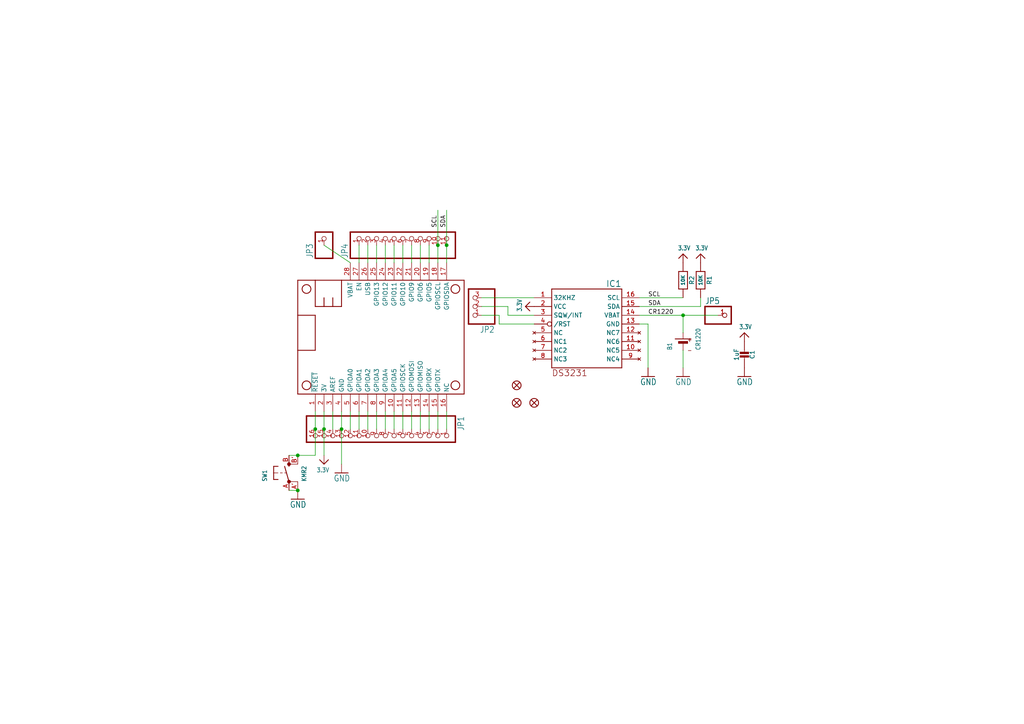
<source format=kicad_sch>
(kicad_sch (version 20230121) (generator eeschema)
  (paper "A4")
  (lib_symbols
    (symbol "working-eagle-import:3.3V" (power)
      (property "Value" "3.3V" (at -1.524 1.016 0))
      (symbol "3.3V_1_0"
        (polyline (pts (xy -1.27 -1.27) (xy 0 0)) (stroke (width 0.254)))
        (polyline (pts (xy 0 0) (xy 1.27 -1.27)) (stroke (width 0.254)))
        (pin power_in line (at 0 -2.54 90) (length 2.54) (name "3.3V") (number "1"))
      )
    )
    (symbol "working-eagle-import:BATTERYCR1220_2"
      (property "Reference" "B" (at -2.54 3.175 0))
      (symbol "BATTERYCR1220_2_1_0"
        (polyline (pts (xy -2.54 0) (xy -0.635 0)) (stroke (width 0.1524)))
        (polyline (pts (xy -0.508 -1.27) (xy -0.508 1.27)) (stroke (width 0.254)))
        (polyline (pts (xy -0.508 1.27) (xy -0.254 1.27)) (stroke (width 0.254)))
        (polyline (pts (xy -0.254 -1.27) (xy -0.508 -1.27)) (stroke (width 0.254)))
        (polyline (pts (xy -0.254 1.27) (xy -0.254 -1.27)) (stroke (width 0.254)))
        (polyline (pts (xy -0.254 1.27) (xy 0 1.27)) (stroke (width 0.254)))
        (polyline (pts (xy 0 -1.27) (xy -0.254 -1.27)) (stroke (width 0.254)))
        (polyline (pts (xy 0 1.27) (xy 0 -1.27)) (stroke (width 0.254)))
        (polyline (pts (xy 0.762 2.286) (xy 0.762 -2.286)) (stroke (width 0.254)))
        (polyline (pts (xy 0.889 0) (xy 2.54 0)) (stroke (width 0.1524)))
        (text "+" (at 1.27 -1.143 900) (effects (font (size 1.27 1.0795)) (justify right top)))
        (text "-" (at -1.778 -1.143 900) (effects (font (size 1.27 1.0795)) (justify right top)))
        (pin passive line (at 2.54 0 180) (length 0) (name "+") (number "+"))
        (pin passive line (at -2.54 0 0) (length 0) (name "-") (number "-"))
      )
    )
    (symbol "working-eagle-import:CAP_CERAMIC0805-NOOUTLINE"
      (property "Reference" "C" (at -2.29 1.25 90))
      (symbol "CAP_CERAMIC0805-NOOUTLINE_1_0"
        (rectangle (start -1.27 0.508) (end 1.27 1.016) (fill (type outline)))
        (rectangle (start -1.27 1.524) (end 1.27 2.032) (fill (type outline)))
        (polyline (pts (xy 0 0.762) (xy 0 0)) (stroke (width 0.1524)))
        (polyline (pts (xy 0 2.54) (xy 0 1.778)) (stroke (width 0.1524)))
        (pin passive line (at 0 5.08 270) (length 2.54) (name "1") (number "1"))
        (pin passive line (at 0 -2.54 90) (length 2.54) (name "2") (number "2"))
      )
    )
    (symbol "working-eagle-import:DS3231/SO"
      (property "Reference" "IC" (at 10.16 15.24 0))
      (symbol "DS3231/SO_1_0"
        (polyline (pts (xy -10.16 -10.16) (xy -10.16 12.7)) (stroke (width 0.254)))
        (polyline (pts (xy -10.16 12.7) (xy 10.16 12.7)) (stroke (width 0.254)))
        (polyline (pts (xy 10.16 -10.16) (xy -10.16 -10.16)) (stroke (width 0.254)))
        (polyline (pts (xy 10.16 12.7) (xy 10.16 -10.16)) (stroke (width 0.254)))
        (text "DS3231" (at -10.16 -12.7 0) (effects (font (size 1.778 1.778)) (justify left bottom)))
        (pin output line (at -15.24 10.16 0) (length 5.08) (name "32KHZ") (number "1"))
        (pin no_connect line (at 15.24 -5.08 180) (length 5.08) (name "NC5") (number "10"))
        (pin no_connect line (at 15.24 -2.54 180) (length 5.08) (name "NC6") (number "11"))
        (pin no_connect line (at 15.24 0 180) (length 5.08) (name "NC7") (number "12"))
        (pin power_in line (at 15.24 2.54 180) (length 5.08) (name "GND") (number "13"))
        (pin power_in line (at 15.24 5.08 180) (length 5.08) (name "VBAT") (number "14"))
        (pin bidirectional line (at 15.24 7.62 180) (length 5.08) (name "SDA") (number "15"))
        (pin bidirectional line (at 15.24 10.16 180) (length 5.08) (name "SCL") (number "16"))
        (pin power_in line (at -15.24 7.62 0) (length 5.08) (name "VCC") (number "2"))
        (pin output line (at -15.24 5.08 0) (length 5.08) (name "SQW/INT") (number "3"))
        (pin passive inverted (at -15.24 2.54 0) (length 5.08) (name "/RST") (number "4"))
        (pin no_connect line (at -15.24 0 0) (length 5.08) (name "NC") (number "5"))
        (pin no_connect line (at -15.24 -2.54 0) (length 5.08) (name "NC1") (number "6"))
        (pin no_connect line (at -15.24 -5.08 0) (length 5.08) (name "NC2") (number "7"))
        (pin no_connect line (at -15.24 -7.62 0) (length 5.08) (name "NC3") (number "8"))
        (pin no_connect line (at 15.24 -7.62 180) (length 5.08) (name "NC4") (number "9"))
      )
    )
    (symbol "working-eagle-import:FIDUCIAL{dblquote}{dblquote}"
      (symbol "FIDUCIAL{dblquote}{dblquote}_1_0"
        (polyline (pts (xy -0.762 0.762) (xy 0.762 -0.762)) (stroke (width 0.254)))
        (polyline (pts (xy 0.762 0.762) (xy -0.762 -0.762)) (stroke (width 0.254)))
        (circle (center 0 0) (radius 1.27) (stroke (width 0.254)))
      )
    )
    (symbol "working-eagle-import:GND" (power)
      (property "Value" "GND" (at -2.54 -2.54 0))
      (symbol "GND_1_0"
        (polyline (pts (xy -1.905 0) (xy 1.905 0)) (stroke (width 0.254)))
        (pin power_in line (at 0 2.54 270) (length 2.54) (name "GND") (number "1"))
      )
    )
    (symbol "working-eagle-import:HEADER-1X11"
      (property "Reference" "JP" (at -6.35 15.875 0))
      (symbol "HEADER-1X11_1_0"
        (polyline (pts (xy -6.35 -15.24) (xy 1.27 -15.24)) (stroke (width 0.4064)))
        (polyline (pts (xy -6.35 15.24) (xy -6.35 -15.24)) (stroke (width 0.4064)))
        (polyline (pts (xy 1.27 -15.24) (xy 1.27 15.24)) (stroke (width 0.4064)))
        (polyline (pts (xy 1.27 15.24) (xy -6.35 15.24)) (stroke (width 0.4064)))
        (pin passive inverted (at -2.54 12.7 0) (length 2.54) (name "1") (number "1"))
        (pin passive inverted (at -2.54 -10.16 0) (length 2.54) (name "10") (number "10"))
        (pin passive inverted (at -2.54 -12.7 0) (length 2.54) (name "11") (number "11"))
        (pin passive inverted (at -2.54 10.16 0) (length 2.54) (name "2") (number "2"))
        (pin passive inverted (at -2.54 7.62 0) (length 2.54) (name "3") (number "3"))
        (pin passive inverted (at -2.54 5.08 0) (length 2.54) (name "4") (number "4"))
        (pin passive inverted (at -2.54 2.54 0) (length 2.54) (name "5") (number "5"))
        (pin passive inverted (at -2.54 0 0) (length 2.54) (name "6") (number "6"))
        (pin passive inverted (at -2.54 -2.54 0) (length 2.54) (name "7") (number "7"))
        (pin passive inverted (at -2.54 -5.08 0) (length 2.54) (name "8") (number "8"))
        (pin passive inverted (at -2.54 -7.62 0) (length 2.54) (name "9") (number "9"))
      )
    )
    (symbol "working-eagle-import:HEADER-1X16ROUND"
      (property "Reference" "JP" (at -6.35 20.955 0))
      (symbol "HEADER-1X16ROUND_1_0"
        (polyline (pts (xy -6.35 -22.86) (xy 1.27 -22.86)) (stroke (width 0.4064)))
        (polyline (pts (xy -6.35 20.32) (xy -6.35 -22.86)) (stroke (width 0.4064)))
        (polyline (pts (xy 1.27 -22.86) (xy 1.27 20.32)) (stroke (width 0.4064)))
        (polyline (pts (xy 1.27 20.32) (xy -6.35 20.32)) (stroke (width 0.4064)))
        (pin passive inverted (at -2.54 17.78 0) (length 2.54) (name "1") (number "1"))
        (pin passive inverted (at -2.54 -5.08 0) (length 2.54) (name "10") (number "10"))
        (pin passive inverted (at -2.54 -7.62 0) (length 2.54) (name "11") (number "11"))
        (pin passive inverted (at -2.54 -10.16 0) (length 2.54) (name "12") (number "12"))
        (pin passive inverted (at -2.54 -12.7 0) (length 2.54) (name "13") (number "13"))
        (pin passive inverted (at -2.54 -15.24 0) (length 2.54) (name "14") (number "14"))
        (pin passive inverted (at -2.54 -17.78 0) (length 2.54) (name "15") (number "15"))
        (pin passive inverted (at -2.54 -20.32 0) (length 2.54) (name "16") (number "16"))
        (pin passive inverted (at -2.54 15.24 0) (length 2.54) (name "2") (number "2"))
        (pin passive inverted (at -2.54 12.7 0) (length 2.54) (name "3") (number "3"))
        (pin passive inverted (at -2.54 10.16 0) (length 2.54) (name "4") (number "4"))
        (pin passive inverted (at -2.54 7.62 0) (length 2.54) (name "5") (number "5"))
        (pin passive inverted (at -2.54 5.08 0) (length 2.54) (name "6") (number "6"))
        (pin passive inverted (at -2.54 2.54 0) (length 2.54) (name "7") (number "7"))
        (pin passive inverted (at -2.54 0 0) (length 2.54) (name "8") (number "8"))
        (pin passive inverted (at -2.54 -2.54 0) (length 2.54) (name "9") (number "9"))
      )
    )
    (symbol "working-eagle-import:HEADER-1X1ROUND"
      (property "Reference" "JP" (at -6.35 3.175 0))
      (symbol "HEADER-1X1ROUND_1_0"
        (polyline (pts (xy -6.35 -2.54) (xy 1.27 -2.54)) (stroke (width 0.4064)))
        (polyline (pts (xy -6.35 2.54) (xy -6.35 -2.54)) (stroke (width 0.4064)))
        (polyline (pts (xy 1.27 -2.54) (xy 1.27 2.54)) (stroke (width 0.4064)))
        (polyline (pts (xy 1.27 2.54) (xy -6.35 2.54)) (stroke (width 0.4064)))
        (pin passive inverted (at -2.54 0 0) (length 2.54) (name "1") (number "1"))
      )
    )
    (symbol "working-eagle-import:HEADER-1X3ROUND"
      (property "Reference" "JP" (at -6.35 5.715 0))
      (symbol "HEADER-1X3ROUND_1_0"
        (polyline (pts (xy -6.35 -5.08) (xy 1.27 -5.08)) (stroke (width 0.4064)))
        (polyline (pts (xy -6.35 5.08) (xy -6.35 -5.08)) (stroke (width 0.4064)))
        (polyline (pts (xy 1.27 -5.08) (xy 1.27 5.08)) (stroke (width 0.4064)))
        (polyline (pts (xy 1.27 5.08) (xy -6.35 5.08)) (stroke (width 0.4064)))
        (pin passive inverted (at -2.54 2.54 0) (length 2.54) (name "1") (number "1"))
        (pin passive inverted (at -2.54 0 0) (length 2.54) (name "2") (number "2"))
        (pin passive inverted (at -2.54 -2.54 0) (length 2.54) (name "3") (number "3"))
      )
    )
    (symbol "working-eagle-import:MICROSHIELD_NODIM"
      (symbol "MICROSHIELD_NODIM_1_0"
        (polyline (pts (xy 0 0) (xy 48.26 0)) (stroke (width 0.254)))
        (polyline (pts (xy 0 12.7) (xy 0 0)) (stroke (width 0.254)))
        (polyline (pts (xy 0 22.86) (xy 0 12.7)) (stroke (width 0.254)))
        (polyline (pts (xy 0 22.86) (xy 5.08 22.86)) (stroke (width 0.254)))
        (polyline (pts (xy 0 33.02) (xy 0 22.86)) (stroke (width 0.254)))
        (polyline (pts (xy 5.08 12.7) (xy 0 12.7)) (stroke (width 0.254)))
        (polyline (pts (xy 5.08 22.86) (xy 5.08 12.7)) (stroke (width 0.254)))
        (polyline (pts (xy 5.08 25.4) (xy 7.62 25.4)) (stroke (width 0.254)))
        (polyline (pts (xy 5.08 33.02) (xy 0 33.02)) (stroke (width 0.254)))
        (polyline (pts (xy 5.08 33.02) (xy 5.08 25.4)) (stroke (width 0.254)))
        (polyline (pts (xy 7.62 25.4) (xy 10.16 25.4)) (stroke (width 0.254)))
        (polyline (pts (xy 7.62 27.94) (xy 7.62 25.4)) (stroke (width 0.254)))
        (polyline (pts (xy 10.16 25.4) (xy 12.7 25.4)) (stroke (width 0.254)))
        (polyline (pts (xy 10.16 27.94) (xy 10.16 25.4)) (stroke (width 0.254)))
        (polyline (pts (xy 12.7 25.4) (xy 12.7 33.02)) (stroke (width 0.254)))
        (polyline (pts (xy 12.7 33.02) (xy 5.08 33.02)) (stroke (width 0.254)))
        (polyline (pts (xy 48.26 0) (xy 48.26 33.02)) (stroke (width 0.254)))
        (polyline (pts (xy 48.26 33.02) (xy 12.7 33.02)) (stroke (width 0.254)))
        (circle (center 2.54 2.54) (radius 1.27) (stroke (width 0.254)))
        (circle (center 2.54 30.48) (radius 1.27) (stroke (width 0.254)))
        (circle (center 45.72 2.54) (radius 1.27) (stroke (width 0.254)))
        (circle (center 45.72 30.48) (radius 1.27) (stroke (width 0.254)))
        (pin input line (at 5.08 -5.08 90) (length 5.08) (name "~{RESET}") (number "1"))
        (pin bidirectional line (at 27.94 -5.08 90) (length 5.08) (name "GPIOA5") (number "10"))
        (pin bidirectional line (at 30.48 -5.08 90) (length 5.08) (name "GPIOSCK") (number "11"))
        (pin bidirectional line (at 33.02 -5.08 90) (length 5.08) (name "GPIOMOSI") (number "12"))
        (pin bidirectional line (at 35.56 -5.08 90) (length 5.08) (name "GPIOMISO") (number "13"))
        (pin bidirectional line (at 38.1 -5.08 90) (length 5.08) (name "GPIORX") (number "14"))
        (pin bidirectional line (at 40.64 -5.08 90) (length 5.08) (name "GPIOTX") (number "15"))
        (pin passive line (at 43.18 -5.08 90) (length 5.08) (name "NC") (number "16"))
        (pin bidirectional line (at 43.18 38.1 270) (length 5.08) (name "GPIOSDA") (number "17"))
        (pin bidirectional line (at 40.64 38.1 270) (length 5.08) (name "GPIOSCL") (number "18"))
        (pin bidirectional line (at 38.1 38.1 270) (length 5.08) (name "GPIO5") (number "19"))
        (pin power_in line (at 7.62 -5.08 90) (length 5.08) (name "3V") (number "2"))
        (pin bidirectional line (at 35.56 38.1 270) (length 5.08) (name "GPIO6") (number "20"))
        (pin bidirectional line (at 33.02 38.1 270) (length 5.08) (name "GPIO9") (number "21"))
        (pin bidirectional line (at 30.48 38.1 270) (length 5.08) (name "GPIO10") (number "22"))
        (pin bidirectional line (at 27.94 38.1 270) (length 5.08) (name "GPIO11") (number "23"))
        (pin bidirectional line (at 25.4 38.1 270) (length 5.08) (name "GPIO12") (number "24"))
        (pin bidirectional line (at 22.86 38.1 270) (length 5.08) (name "GPIO13") (number "25"))
        (pin power_in line (at 20.32 38.1 270) (length 5.08) (name "USB") (number "26"))
        (pin passive line (at 17.78 38.1 270) (length 5.08) (name "EN") (number "27"))
        (pin power_in line (at 15.24 38.1 270) (length 5.08) (name "VBAT") (number "28"))
        (pin passive line (at 10.16 -5.08 90) (length 5.08) (name "AREF") (number "3"))
        (pin power_in line (at 12.7 -5.08 90) (length 5.08) (name "GND") (number "4"))
        (pin bidirectional line (at 15.24 -5.08 90) (length 5.08) (name "GPIOA0") (number "5"))
        (pin bidirectional line (at 17.78 -5.08 90) (length 5.08) (name "GPIOA1") (number "6"))
        (pin bidirectional line (at 20.32 -5.08 90) (length 5.08) (name "GPIOA2") (number "7"))
        (pin bidirectional line (at 22.86 -5.08 90) (length 5.08) (name "GPIOA3") (number "8"))
        (pin bidirectional line (at 25.4 -5.08 90) (length 5.08) (name "GPIOA4") (number "9"))
      )
    )
    (symbol "working-eagle-import:RESISTOR0805_NOOUTLINE"
      (property "Reference" "R" (at 0 2.54 0))
      (symbol "RESISTOR0805_NOOUTLINE_1_0"
        (polyline (pts (xy -2.54 -1.27) (xy -2.54 1.27)) (stroke (width 0.254)))
        (polyline (pts (xy -2.54 1.27) (xy 2.54 1.27)) (stroke (width 0.254)))
        (polyline (pts (xy 2.54 -1.27) (xy -2.54 -1.27)) (stroke (width 0.254)))
        (polyline (pts (xy 2.54 1.27) (xy 2.54 -1.27)) (stroke (width 0.254)))
        (pin passive line (at -5.08 0 0) (length 2.54) (name "1") (number "1"))
        (pin passive line (at 5.08 0 180) (length 2.54) (name "2") (number "2"))
      )
    )
    (symbol "working-eagle-import:SWITCH_TACT_SMT4.6X2.8"
      (property "Reference" "SW" (at -2.54 6.35 0))
      (symbol "SWITCH_TACT_SMT4.6X2.8_1_0"
        (circle (center -2.54 0) (radius 0.127) (stroke (width 0.4064)))
        (polyline (pts (xy -2.54 -2.54) (xy -2.54 0)) (stroke (width 0.1524)))
        (polyline (pts (xy -2.54 0) (xy 1.905 1.27)) (stroke (width 0.254)))
        (polyline (pts (xy -1.905 4.445) (xy -1.905 3.175)) (stroke (width 0.254)))
        (polyline (pts (xy 0 1.27) (xy 0 0.635)) (stroke (width 0.1524)))
        (polyline (pts (xy 0 2.54) (xy 0 1.905)) (stroke (width 0.1524)))
        (polyline (pts (xy 0 4.445) (xy -1.905 4.445)) (stroke (width 0.254)))
        (polyline (pts (xy 0 4.445) (xy 0 3.175)) (stroke (width 0.1524)))
        (polyline (pts (xy 1.905 0) (xy 2.54 0)) (stroke (width 0.254)))
        (polyline (pts (xy 1.905 4.445) (xy 0 4.445)) (stroke (width 0.254)))
        (polyline (pts (xy 1.905 4.445) (xy 1.905 3.175)) (stroke (width 0.254)))
        (polyline (pts (xy 2.54 -2.54) (xy 2.54 0)) (stroke (width 0.1524)))
        (circle (center 2.54 0) (radius 0.127) (stroke (width 0.4064)))
        (pin passive line (at -5.08 0 0) (length 2.54) (name "P") (number "A"))
        (pin passive line (at -5.08 -2.54 0) (length 2.54) (name "P1") (number "A'"))
        (pin passive line (at 5.08 0 180) (length 2.54) (name "S") (number "B"))
        (pin passive line (at 5.08 -2.54 180) (length 2.54) (name "S1") (number "B'"))
      )
    )
  )
  (junction (at 127 71.12))
  (junction (at 99.06 124.46))
  (junction (at 91.44 124.46))
  (junction (at 129.54 71.12))
  (junction (at 86.36 132.08))
  (junction (at 86.36 142.24))
  (junction (at 198.12 91.44))
  (junction (at 93.98 124.46))
  (wire (pts (xy 93.98 124.46) (xy 93.98 119.38)) (stroke (width 0.1524)))
  (wire (pts (xy 104.14 71.12) (xy 104.14 76.2)) (stroke (width 0.1524)))
  (wire (pts (xy 121.92 124.46) (xy 121.92 119.38)) (stroke (width 0.1524)))
  (wire (pts (xy 96.52 124.46) (xy 96.52 119.38)) (stroke (width 0.1524)))
  (wire (pts (xy 93.98 71.12) (xy 101.6 76.2)) (stroke (width 0.1524)))
  (wire (pts (xy 109.22 71.12) (xy 109.22 76.2)) (stroke (width 0.1524)))
  (wire (pts (xy 127 124.46) (xy 127 119.38)) (stroke (width 0.1524)))
  (wire (pts (xy 203.2 88.9) (xy 203.2 86.36)) (stroke (width 0.1524)))
  (wire (pts (xy 111.76 71.12) (xy 111.76 76.2)) (stroke (width 0.1524)))
  (wire (pts (xy 99.06 134.62) (xy 99.06 124.46)) (stroke (width 0.1524)))
  (wire (pts (xy 185.42 86.36) (xy 198.12 86.36)) (stroke (width 0.1524)))
  (wire (pts (xy 147.32 88.9) (xy 147.32 91.44)) (stroke (width 0.1524)))
  (wire (pts (xy 198.12 91.44) (xy 198.12 96.52)) (stroke (width 0.1524)))
  (wire (pts (xy 147.32 91.44) (xy 154.94 91.44)) (stroke (width 0.1524)))
  (wire (pts (xy 121.92 71.12) (xy 121.92 76.2)) (stroke (width 0.1524)))
  (wire (pts (xy 185.42 91.44) (xy 198.12 91.44)) (stroke (width 0.1524)))
  (wire (pts (xy 144.78 93.98) (xy 154.94 93.98)) (stroke (width 0.1524)))
  (wire (pts (xy 139.7 88.9) (xy 147.32 88.9)) (stroke (width 0.1524)))
  (wire (pts (xy 119.38 124.46) (xy 119.38 119.38)) (stroke (width 0.1524)))
  (wire (pts (xy 139.7 86.36) (xy 154.94 86.36)) (stroke (width 0.1524)))
  (wire (pts (xy 86.36 142.24) (xy 83.82 142.24)) (stroke (width 0.1524)))
  (wire (pts (xy 91.44 124.46) (xy 91.44 119.38)) (stroke (width 0.1524)))
  (wire (pts (xy 119.38 71.12) (xy 119.38 76.2)) (stroke (width 0.1524)))
  (wire (pts (xy 198.12 101.6) (xy 198.12 106.68)) (stroke (width 0.1524)))
  (wire (pts (xy 93.98 132.08) (xy 93.98 124.46)) (stroke (width 0.1524)))
  (wire (pts (xy 104.14 124.46) (xy 104.14 119.38)) (stroke (width 0.1524)))
  (wire (pts (xy 109.22 124.46) (xy 109.22 119.38)) (stroke (width 0.1524)))
  (wire (pts (xy 187.96 93.98) (xy 187.96 106.68)) (stroke (width 0.1524)))
  (wire (pts (xy 208.28 91.44) (xy 198.12 91.44)) (stroke (width 0.1524)))
  (wire (pts (xy 83.82 132.08) (xy 86.36 132.08)) (stroke (width 0.1524)))
  (wire (pts (xy 124.46 124.46) (xy 124.46 119.38)) (stroke (width 0.1524)))
  (wire (pts (xy 129.54 124.46) (xy 129.54 119.38)) (stroke (width 0.1524)))
  (wire (pts (xy 127 60.96) (xy 127 71.12)) (stroke (width 0.1524)))
  (wire (pts (xy 124.46 71.12) (xy 124.46 76.2)) (stroke (width 0.1524)))
  (wire (pts (xy 185.42 93.98) (xy 187.96 93.98)) (stroke (width 0.1524)))
  (wire (pts (xy 106.68 124.46) (xy 106.68 119.38)) (stroke (width 0.1524)))
  (wire (pts (xy 129.54 71.12) (xy 129.54 76.2)) (stroke (width 0.1524)))
  (wire (pts (xy 127 71.12) (xy 127 76.2)) (stroke (width 0.1524)))
  (wire (pts (xy 129.54 71.12) (xy 129.54 60.96)) (stroke (width 0.1524)))
  (wire (pts (xy 185.42 88.9) (xy 203.2 88.9)) (stroke (width 0.1524)))
  (wire (pts (xy 114.3 124.46) (xy 114.3 119.38)) (stroke (width 0.1524)))
  (wire (pts (xy 86.36 132.08) (xy 91.44 132.08)) (stroke (width 0.1524)))
  (wire (pts (xy 116.84 71.12) (xy 116.84 76.2)) (stroke (width 0.1524)))
  (wire (pts (xy 139.7 91.44) (xy 144.78 91.44)) (stroke (width 0.1524)))
  (wire (pts (xy 111.76 124.46) (xy 111.76 119.38)) (stroke (width 0.1524)))
  (wire (pts (xy 116.84 124.46) (xy 116.84 119.38)) (stroke (width 0.1524)))
  (wire (pts (xy 114.3 71.12) (xy 114.3 76.2)) (stroke (width 0.1524)))
  (wire (pts (xy 91.44 132.08) (xy 91.44 124.46)) (stroke (width 0.1524)))
  (wire (pts (xy 144.78 91.44) (xy 144.78 93.98)) (stroke (width 0.1524)))
  (wire (pts (xy 101.6 124.46) (xy 101.6 119.38)) (stroke (width 0.1524)))
  (wire (pts (xy 106.68 71.12) (xy 106.68 76.2)) (stroke (width 0.1524)))
  (wire (pts (xy 99.06 124.46) (xy 99.06 119.38)) (stroke (width 0.1524)))
  (label "SDA" (at 129.54 66.04 90) (effects (font (size 1.2446 1.2446))))
  (label "CR1220" (at 187.96 91.44 0) (effects (font (size 1.2446 1.2446))))
  (label "SCL" (at 187.96 86.36 0) (effects (font (size 1.2446 1.2446))))
  (label "SCL" (at 127 66.04 90) (effects (font (size 1.2446 1.2446))))
  (label "SDA" (at 187.96 88.9 0) (effects (font (size 1.2446 1.2446))))
  (symbol (lib_id "working-eagle-import:RESISTOR0805_NOOUTLINE") (at 203.2 81.28 270) (unit 1)
    (property "Reference" "R1" (at 205.74 81.28 0))
    (property "Value" "10K" (at 203.2 81.28 0) (effects (font (size 1.016 1.016) bold)))
    (property "Footprint" "working:0805-NO" (effects hide))
  )
  (symbol (lib_id "working-eagle-import:3.3V") (at 198.12 73.66 0) (unit 1)
    (property "Reference" "#U$3" (effects hide))
    (property "Value" "3.3V" (at 196.596 72.644 0) (effects (font (size 1.27 1.0795)) (justify left bottom)))
  )
  (symbol (lib_id "working-eagle-import:CAP_CERAMIC0805-NOOUTLINE") (at 215.9 101.6 180) (unit 1)
    (property "Reference" "C1" (at 218.19 102.85 90))
    (property "Value" "1uF" (at 213.6 102.85 90))
    (property "Footprint" "working:0805-NO" (effects hide))
  )
  (symbol (lib_id "working-eagle-import:3.3V") (at 152.4 88.9 90) (unit 1)
    (property "Reference" "#U$2" (effects hide))
    (property "Value" "3.3V" (at 151.384 90.424 0) (effects (font (size 1.27 1.0795)) (justify left bottom)))
  )
  (symbol (lib_id "working-eagle-import:BATTERYCR1220_2") (at 198.12 99.06 90) (unit 1)
    (property "Reference" "B1" (at 194.945 101.6 0) (effects (font (size 1.27 1.0795)) (justify left bottom)))
    (property "Value" "CR1220" (at 203.2 101.6 0) (effects (font (size 1.27 1.0795)) (justify left bottom)))
    (property "Footprint" "working:CR1220-2" (effects hide))
  )
  (symbol (lib_id "working-eagle-import:FIDUCIAL{dblquote}{dblquote}") (at 149.86 116.84 0) (unit 1)
    (property "Reference" "FID1" (effects hide))
    (property "Value" "FIDUCIAL{dblquote}{dblquote}" (effects hide))
    (property "Footprint" "working:FIDUCIAL_1MM" (effects hide))
  )
  (symbol (lib_id "working-eagle-import:GND") (at 215.9 109.22 0) (mirror y) (unit 1)
    (property "Reference" "#GND2" (effects hide))
    (property "Value" "GND" (at 218.44 111.76 0) (effects (font (size 1.778 1.5113)) (justify left bottom)))
  )
  (symbol (lib_id "working-eagle-import:GND") (at 187.96 109.22 0) (mirror y) (unit 1)
    (property "Reference" "#GND1" (effects hide))
    (property "Value" "GND" (at 190.5 111.76 0) (effects (font (size 1.778 1.5113)) (justify left bottom)))
  )
  (symbol (lib_id "working-eagle-import:HEADER-1X16ROUND") (at 111.76 127 270) (unit 1)
    (property "Reference" "JP1" (at 132.715 120.65 0) (effects (font (size 1.778 1.5113)) (justify left bottom)))
    (property "Value" "HEADER-1X16ROUND" (effects hide))
    (property "Footprint" "working:1X16_ROUND" (effects hide))
  )
  (symbol (lib_id "working-eagle-import:GND") (at 99.06 137.16 0) (mirror y) (unit 1)
    (property "Reference" "#GND4" (effects hide))
    (property "Value" "GND" (at 101.6 139.7 0) (effects (font (size 1.778 1.5113)) (justify left bottom)))
  )
  (symbol (lib_id "working-eagle-import:HEADER-1X1ROUND") (at 93.98 68.58 90) (unit 1)
    (property "Reference" "JP3" (at 90.805 74.93 0) (effects (font (size 1.778 1.5113)) (justify left bottom)))
    (property "Value" "HEADER-1X1ROUND" (effects hide))
    (property "Footprint" "working:1X01_ROUND" (effects hide))
  )
  (symbol (lib_id "working-eagle-import:FIDUCIAL{dblquote}{dblquote}") (at 149.86 111.76 0) (unit 1)
    (property "Reference" "FID3" (effects hide))
    (property "Value" "FIDUCIAL{dblquote}{dblquote}" (effects hide))
    (property "Footprint" "working:FIDUCIAL_1MM" (effects hide))
  )
  (symbol (lib_id "working-eagle-import:HEADER-1X1ROUND") (at 210.82 91.44 0) (unit 1)
    (property "Reference" "JP5" (at 204.47 88.265 0) (effects (font (size 1.778 1.5113)) (justify left bottom)))
    (property "Value" "HEADER-1X1ROUND" (effects hide))
    (property "Footprint" "working:1X01_ROUND" (effects hide))
  )
  (symbol (lib_id "working-eagle-import:MICROSHIELD_NODIM") (at 86.36 114.3 0) (unit 1)
    (property "Reference" "MS1" (effects hide))
    (property "Value" "MICROSHIELD_NODIM" (effects hide))
    (property "Footprint" "working:MICROSHIELD_DIM" (effects hide))
  )
  (symbol (lib_id "working-eagle-import:3.3V") (at 215.9 96.52 0) (unit 1)
    (property "Reference" "#U$5" (effects hide))
    (property "Value" "3.3V" (at 214.376 95.504 0) (effects (font (size 1.27 1.0795)) (justify left bottom)))
  )
  (symbol (lib_id "working-eagle-import:HEADER-1X11") (at 116.84 68.58 90) (unit 1)
    (property "Reference" "JP4" (at 100.965 74.93 0) (effects (font (size 1.778 1.5113)) (justify left bottom)))
    (property "Value" "HEADER-1X11" (effects hide))
    (property "Footprint" "working:1X11_ROUND" (effects hide))
  )
  (symbol (lib_id "working-eagle-import:SWITCH_TACT_SMT4.6X2.8") (at 83.82 137.16 90) (unit 1)
    (property "Reference" "SW1" (at 77.47 139.7 0) (effects (font (size 1.27 1.0795)) (justify left bottom)))
    (property "Value" "KMR2" (at 88.9 139.7 0) (effects (font (size 1.27 1.0795)) (justify left bottom)))
    (property "Footprint" "working:BTN_KMR2_4.6X2.8" (effects hide))
  )
  (symbol (lib_id "working-eagle-import:GND") (at 198.12 109.22 0) (mirror y) (unit 1)
    (property "Reference" "#GND5" (effects hide))
    (property "Value" "GND" (at 200.66 111.76 0) (effects (font (size 1.778 1.5113)) (justify left bottom)))
  )
  (symbol (lib_id "working-eagle-import:FIDUCIAL{dblquote}{dblquote}") (at 154.94 116.84 0) (unit 1)
    (property "Reference" "FID2" (effects hide))
    (property "Value" "FIDUCIAL{dblquote}{dblquote}" (effects hide))
    (property "Footprint" "working:FIDUCIAL_1MM" (effects hide))
  )
  (symbol (lib_id "working-eagle-import:3.3V") (at 93.98 134.62 180) (unit 1)
    (property "Reference" "#U$1" (effects hide))
    (property "Value" "3.3V" (at 95.504 135.636 0) (effects (font (size 1.27 1.0795)) (justify left bottom)))
  )
  (symbol (lib_id "working-eagle-import:DS3231/SO") (at 170.18 96.52 0) (unit 1)
    (property "Reference" "IC1" (at 180.34 81.28 0) (effects (font (size 1.778 1.778)) (justify right top)))
    (property "Value" "DS3231/SO" (effects hide))
    (property "Footprint" "working:SO16W" (effects hide))
  )
  (symbol (lib_id "working-eagle-import:HEADER-1X3ROUND") (at 137.16 88.9 180) (unit 1)
    (property "Reference" "JP2" (at 143.51 94.615 0) (effects (font (size 1.778 1.5113)) (justify left bottom)))
    (property "Value" "HEADER-1X3ROUND" (effects hide))
    (property "Footprint" "working:1X03_ROUND" (effects hide))
  )
  (symbol (lib_id "working-eagle-import:3.3V") (at 203.2 73.66 0) (unit 1)
    (property "Reference" "#U$4" (effects hide))
    (property "Value" "3.3V" (at 201.676 72.644 0) (effects (font (size 1.27 1.0795)) (justify left bottom)))
  )
  (symbol (lib_id "working-eagle-import:GND") (at 86.36 144.78 0) (mirror y) (unit 1)
    (property "Reference" "#GND3" (effects hide))
    (property "Value" "GND" (at 88.9 147.32 0) (effects (font (size 1.778 1.5113)) (justify left bottom)))
  )
  (symbol (lib_id "working-eagle-import:RESISTOR0805_NOOUTLINE") (at 198.12 81.28 270) (unit 1)
    (property "Reference" "R2" (at 200.66 81.28 0))
    (property "Value" "10K" (at 198.12 81.28 0) (effects (font (size 1.016 1.016) bold)))
    (property "Footprint" "working:0805-NO" (effects hide))
  )
)
</source>
